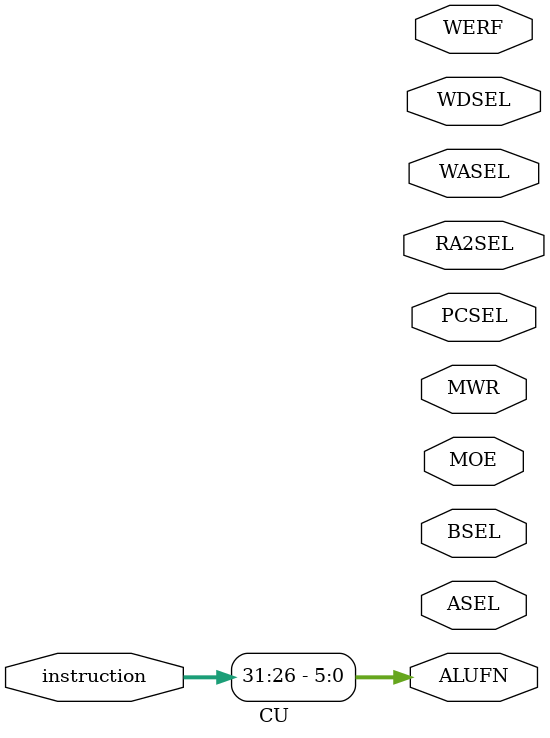
<source format=v>
module CU (
	input [31:0] instruction,
	output reg [5:0] ALUFN,
	output reg ASEL,
	output reg BSEL,
	output reg MOE,
	output reg MWR,
	output reg [2:0] PCSEL,
	output reg RA2SEL,
	output reg WASEL,
	output reg [1:0] WDSEL,
	output reg WERF);

always @(instruction)
 begin
	ALUFN <= instruction[31:26];
	case(ALUFN)
		//op
	 6'b10xxxx :
		begin
			ASEL <= 0;
			BSEL <= 0;
			MOE <= 1'bx;
			MWR <= 0;
			PCSEL <= 3'b000;
			RA2SEL <= 0;
			WASEL <= 0;
			WDSEL <= 2'b01;
			WERF <= 1;
		end	
		//opc
	 6'b11xxxx :
		begin
			ASEL <= 0;
			BSEL <= 1;
			MOE <= 1'bx;
			MWR <= 0;
			PCSEL <= 3'b000;
			RA2SEL <= 1'bx;
			WASEL <= 0;
			WDSEL <= 2'b01;
			WERF <= 1;
		end
		//LD
	 6'b011000 :
		begin
			ALUFN <= 6'b100000;
			ASEL <= 0;
			BSEL <= 1;
			MOE <= 1;
			MWR <= 0;
			PCSEL <= 3'b000;
			RA2SEL <= 1'bx;
			WASEL <= 0;
			WDSEL <= 2'b10;
			WERF <= 1;
		end
	endcase
 end

endmodule

</source>
